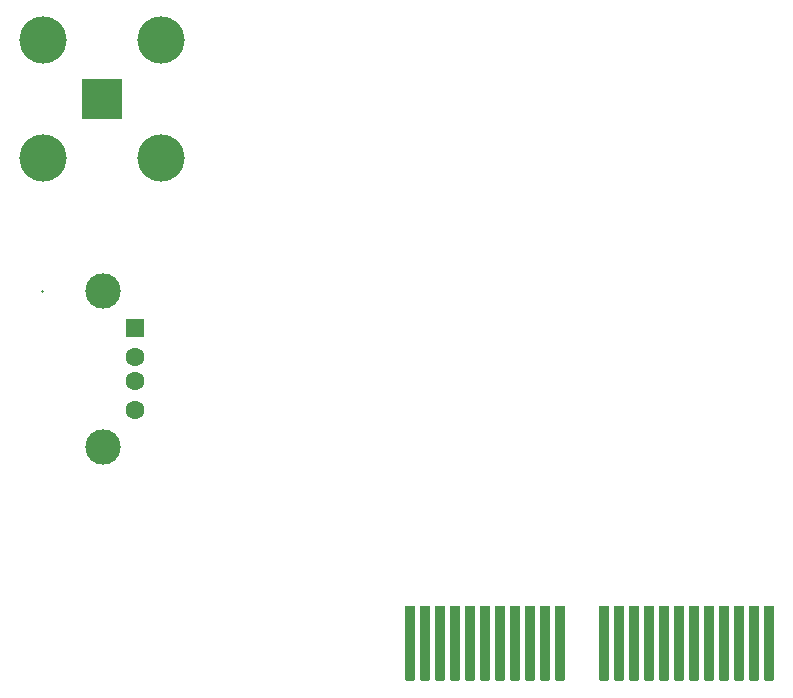
<source format=gbr>
%TF.GenerationSoftware,KiCad,Pcbnew,(6.0.1)*%
%TF.CreationDate,2022-07-23T18:56:31+02:00*%
%TF.ProjectId,amr_audio_card,616d725f-6175-4646-996f-5f636172642e,rev?*%
%TF.SameCoordinates,Original*%
%TF.FileFunction,Copper,L1,Top*%
%TF.FilePolarity,Positive*%
%FSLAX46Y46*%
G04 Gerber Fmt 4.6, Leading zero omitted, Abs format (unit mm)*
G04 Created by KiCad (PCBNEW (6.0.1)) date 2022-07-23 18:56:31*
%MOMM*%
%LPD*%
G01*
G04 APERTURE LIST*
G04 Aperture macros list*
%AMOutline5P*
0 Free polygon, 5 corners , with rotation*
0 The origin of the aperture is its center*
0 number of corners: always 5*
0 $1 to $10 corner X, Y*
0 $11 Rotation angle, in degrees counterclockwise*
0 create outline with 5 corners*
4,1,5,$1,$2,$3,$4,$5,$6,$7,$8,$9,$10,$1,$2,$11*%
%AMOutline6P*
0 Free polygon, 6 corners , with rotation*
0 The origin of the aperture is its center*
0 number of corners: always 6*
0 $1 to $12 corner X, Y*
0 $13 Rotation angle, in degrees counterclockwise*
0 create outline with 6 corners*
4,1,6,$1,$2,$3,$4,$5,$6,$7,$8,$9,$10,$11,$12,$1,$2,$13*%
%AMOutline7P*
0 Free polygon, 7 corners , with rotation*
0 The origin of the aperture is its center*
0 number of corners: always 7*
0 $1 to $14 corner X, Y*
0 $15 Rotation angle, in degrees counterclockwise*
0 create outline with 7 corners*
4,1,7,$1,$2,$3,$4,$5,$6,$7,$8,$9,$10,$11,$12,$13,$14,$1,$2,$15*%
%AMOutline8P*
0 Free polygon, 8 corners , with rotation*
0 The origin of the aperture is its center*
0 number of corners: always 8*
0 $1 to $16 corner X, Y*
0 $17 Rotation angle, in degrees counterclockwise*
0 create outline with 8 corners*
4,1,8,$1,$2,$3,$4,$5,$6,$7,$8,$9,$10,$11,$12,$13,$14,$15,$16,$1,$2,$17*%
G04 Aperture macros list end*
%TA.AperFunction,ComponentPad*%
%ADD10R,3.500000X3.500000*%
%TD*%
%TA.AperFunction,ComponentPad*%
%ADD11C,4.000000*%
%TD*%
%TA.AperFunction,ConnectorPad*%
%ADD12Outline6P,-0.457200X3.175000X0.457200X3.175000X0.457200X-2.992120X0.274320X-3.175000X-0.274320X-3.175000X-0.457200X-2.992120X0.000000*%
%TD*%
%TA.AperFunction,ComponentPad*%
%ADD13R,1.500000X1.600000*%
%TD*%
%TA.AperFunction,ComponentPad*%
%ADD14C,1.600000*%
%TD*%
%TA.AperFunction,ComponentPad*%
%ADD15C,3.000000*%
%TD*%
%TA.AperFunction,Conductor*%
%ADD16C,0.250000*%
%TD*%
%TA.AperFunction,Conductor*%
%ADD17C,0.500000*%
%TD*%
G04 APERTURE END LIST*
D10*
%TO.P,J1,1,In*%
%TO.N,Net-(J1-Pad1)*%
X104140000Y-111760000D03*
D11*
%TO.P,J1,2,Ext*%
%TO.N,GND*%
X109165000Y-116785000D03*
X109165000Y-106735000D03*
X99115000Y-106735000D03*
X99115000Y-116785000D03*
%TD*%
D12*
%TO.P,U1,B1,AUDIO_MUTE#*%
%TO.N,unconnected-(U1-PadB1)*%
X130250000Y-157895000D03*
%TO.P,U1,B2,GND*%
%TO.N,GND*%
X131520000Y-157895000D03*
%TO.P,U1,B3,MONO_OUT/PC_BEEP*%
%TO.N,unconnected-(U1-PadB3)*%
X132790000Y-157895000D03*
%TO.P,U1,B4,RESERVED*%
%TO.N,unconnected-(U1-PadB4)*%
X134060000Y-157895000D03*
%TO.P,U1,B5,RESERVED*%
%TO.N,unconnected-(U1-PadB5)*%
X135330000Y-157895000D03*
%TO.P,U1,B6,PRIMARY_DN#*%
%TO.N,unconnected-(U1-PadB6)*%
X136600000Y-157895000D03*
%TO.P,U1,B7,-12V*%
%TO.N,unconnected-(U1-PadB7)*%
X137870000Y-157895000D03*
%TO.P,U1,B8,GND*%
%TO.N,GND*%
X139140000Y-157895000D03*
%TO.P,U1,B9,+12V*%
%TO.N,unconnected-(U1-PadB9)*%
X140410000Y-157895000D03*
%TO.P,U1,B10,GND*%
%TO.N,GND*%
X141680000Y-157895000D03*
%TO.P,U1,B11,+5VD*%
%TO.N,unconnected-(U1-PadB11)*%
X142950000Y-157895000D03*
%TO.P,U1,B12,GND*%
%TO.N,GND*%
X146633000Y-157895000D03*
%TO.P,U1,B13,RESERVED*%
%TO.N,unconnected-(U1-PadB13)*%
X147903000Y-157895000D03*
%TO.P,U1,B14,RESERVED*%
%TO.N,unconnected-(U1-PadB14)*%
X149173000Y-157895000D03*
%TO.P,U1,B15,+3.3VD*%
%TO.N,unconnected-(U1-PadB15)*%
X150443000Y-157895000D03*
%TO.P,U1,B16,GND*%
%TO.N,GND*%
X151713000Y-157895000D03*
%TO.P,U1,B17,AC97_SDATA_OUT*%
%TO.N,unconnected-(U1-PadB17)*%
X152983000Y-157895000D03*
%TO.P,U1,B18,AC97_RESET#*%
%TO.N,unconnected-(U1-PadB18)*%
X154253000Y-157895000D03*
%TO.P,U1,B19,AC97_SDATA_IN3*%
%TO.N,unconnected-(U1-PadB19)*%
X155523000Y-157895000D03*
%TO.P,U1,B20,GND*%
%TO.N,GND*%
X156793000Y-157895000D03*
%TO.P,U1,B21,AC97_SDATA_IN2*%
%TO.N,unconnected-(U1-PadB21)*%
X158063000Y-157895000D03*
%TO.P,U1,B22,GND*%
%TO.N,GND*%
X159333000Y-157895000D03*
%TO.P,U1,B23,AC97_MSTRCLK*%
%TO.N,unconnected-(U1-PadB23)*%
X160603000Y-157895000D03*
%TD*%
D13*
%TO.P,J2,1,VBUS*%
%TO.N,Net-(J2-Pad1)*%
X106960000Y-131120000D03*
D14*
%TO.P,J2,2,D-*%
%TO.N,Net-(J2-Pad2)*%
X106960000Y-133620000D03*
%TO.P,J2,3,D+*%
%TO.N,Net-(J2-Pad3)*%
X106960000Y-135620000D03*
%TO.P,J2,4,GND*%
%TO.N,GND*%
X106960000Y-138120000D03*
D15*
%TO.P,J2,5,Shield*%
X104250000Y-141190000D03*
X104250000Y-128050000D03*
%TD*%
D16*
%TO.N,GND*%
X99060000Y-128016000D02*
X99094000Y-128050000D01*
D17*
X104250000Y-141190000D02*
X104250000Y-140830000D01*
%TD*%
M02*

</source>
